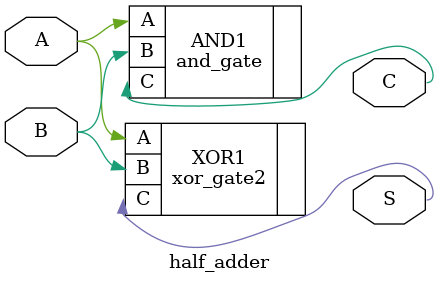
<source format=v>
`timescale 1ns / 1ps


module half_adder(A,B,C,S);

    input wire A;
    input wire B;
    output wire C;
    output wire S;
    
    
    and_gate AND1(.A(A),.B(B),.C(C));
    xor_gate2 XOR1(.A(A),.B(B),.C(S));
 
endmodule

</source>
